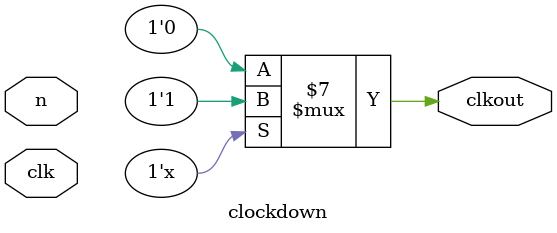
<source format=v>
`timescale 1ns / 1ps


module clockdown(
    input clk,
    input [25:0] n,
    output reg clkout
);
    reg [25:0] clkout_able=0;
    always@(clk)
    begin
        clkout_able<=clkout_able+1;
        if(clkout_able>=n-1)
        begin
            clkout<=1;
            clkout_able<=0;
        end
        else clkout<=0;
    end
endmodule

</source>
